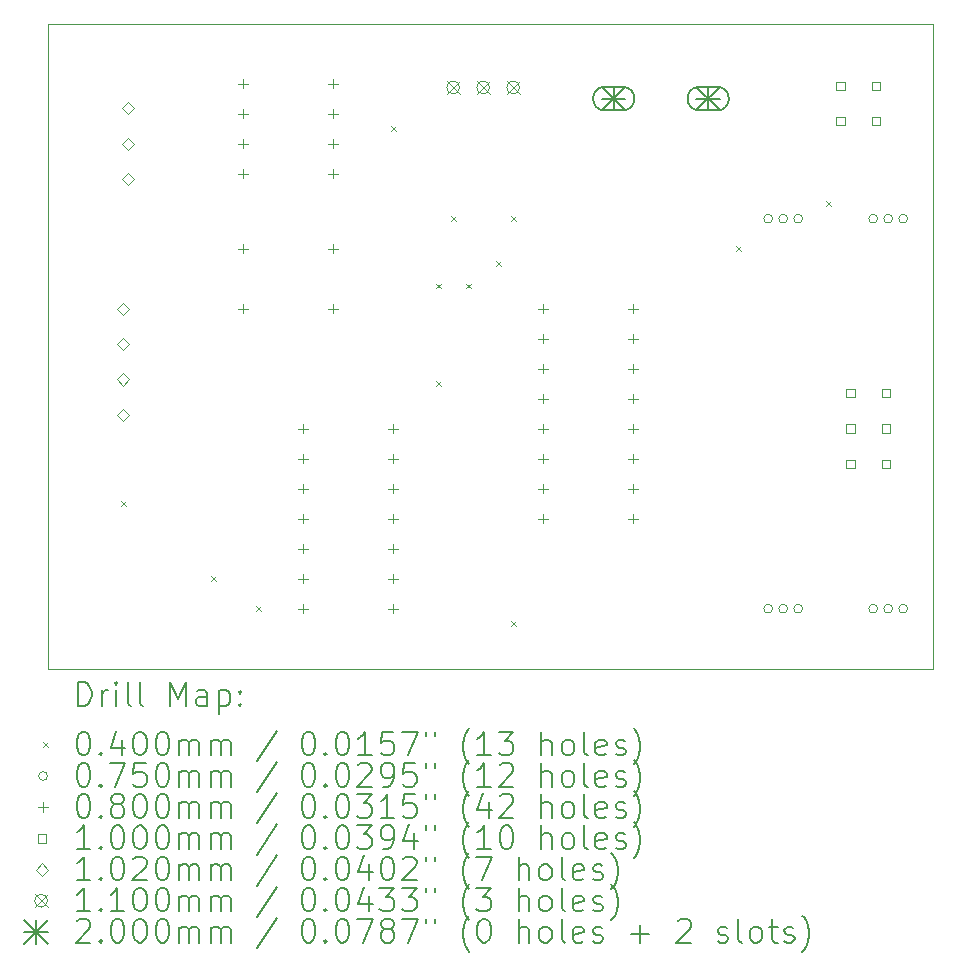
<source format=gbr>
%TF.GenerationSoftware,KiCad,Pcbnew,(6.0.7)*%
%TF.CreationDate,2022-09-17T11:26:50-05:00*%
%TF.ProjectId,BrushlessController,42727573-686c-4657-9373-436f6e74726f,-*%
%TF.SameCoordinates,Original*%
%TF.FileFunction,Drillmap*%
%TF.FilePolarity,Positive*%
%FSLAX45Y45*%
G04 Gerber Fmt 4.5, Leading zero omitted, Abs format (unit mm)*
G04 Created by KiCad (PCBNEW (6.0.7)) date 2022-09-17 11:26:50*
%MOMM*%
%LPD*%
G01*
G04 APERTURE LIST*
%ADD10C,0.100000*%
%ADD11C,0.200000*%
%ADD12C,0.040000*%
%ADD13C,0.075000*%
%ADD14C,0.080000*%
%ADD15C,0.102000*%
%ADD16C,0.110000*%
G04 APERTURE END LIST*
D10*
X11938000Y-6096000D02*
X4445000Y-6096000D01*
X4445000Y-6096000D02*
X4445000Y-11557000D01*
X4445000Y-11557000D02*
X11938000Y-11557000D01*
X11938000Y-11557000D02*
X11938000Y-6096000D01*
D11*
D12*
X5060000Y-10140000D02*
X5100000Y-10180000D01*
X5100000Y-10140000D02*
X5060000Y-10180000D01*
X5822000Y-10775000D02*
X5862000Y-10815000D01*
X5862000Y-10775000D02*
X5822000Y-10815000D01*
X6203000Y-11029000D02*
X6243000Y-11069000D01*
X6243000Y-11029000D02*
X6203000Y-11069000D01*
X7346000Y-6965000D02*
X7386000Y-7005000D01*
X7386000Y-6965000D02*
X7346000Y-7005000D01*
X7727000Y-8298500D02*
X7767000Y-8338500D01*
X7767000Y-8298500D02*
X7727000Y-8338500D01*
X7727000Y-9124000D02*
X7767000Y-9164000D01*
X7767000Y-9124000D02*
X7727000Y-9164000D01*
X7854000Y-7727000D02*
X7894000Y-7767000D01*
X7894000Y-7727000D02*
X7854000Y-7767000D01*
X7981000Y-8298500D02*
X8021000Y-8338500D01*
X8021000Y-8298500D02*
X7981000Y-8338500D01*
X8235000Y-8108000D02*
X8275000Y-8148000D01*
X8275000Y-8108000D02*
X8235000Y-8148000D01*
X8362000Y-7727000D02*
X8402000Y-7767000D01*
X8402000Y-7727000D02*
X8362000Y-7767000D01*
X8362000Y-11156000D02*
X8402000Y-11196000D01*
X8402000Y-11156000D02*
X8362000Y-11196000D01*
X10267000Y-7981000D02*
X10307000Y-8021000D01*
X10307000Y-7981000D02*
X10267000Y-8021000D01*
X11029000Y-7600000D02*
X11069000Y-7640000D01*
X11069000Y-7600000D02*
X11029000Y-7640000D01*
D13*
X10578500Y-7747000D02*
G75*
G03*
X10578500Y-7747000I-37500J0D01*
G01*
X10578500Y-11049000D02*
G75*
G03*
X10578500Y-11049000I-37500J0D01*
G01*
X10705500Y-7747000D02*
G75*
G03*
X10705500Y-7747000I-37500J0D01*
G01*
X10705500Y-11049000D02*
G75*
G03*
X10705500Y-11049000I-37500J0D01*
G01*
X10832500Y-7747000D02*
G75*
G03*
X10832500Y-7747000I-37500J0D01*
G01*
X10832500Y-11049000D02*
G75*
G03*
X10832500Y-11049000I-37500J0D01*
G01*
X11467500Y-7747000D02*
G75*
G03*
X11467500Y-7747000I-37500J0D01*
G01*
X11467500Y-11049000D02*
G75*
G03*
X11467500Y-11049000I-37500J0D01*
G01*
X11594500Y-7747000D02*
G75*
G03*
X11594500Y-7747000I-37500J0D01*
G01*
X11594500Y-11049000D02*
G75*
G03*
X11594500Y-11049000I-37500J0D01*
G01*
X11721500Y-7747000D02*
G75*
G03*
X11721500Y-7747000I-37500J0D01*
G01*
X11721500Y-11049000D02*
G75*
G03*
X11721500Y-11049000I-37500J0D01*
G01*
D14*
X6096000Y-6565000D02*
X6096000Y-6645000D01*
X6056000Y-6605000D02*
X6136000Y-6605000D01*
X6096000Y-6819000D02*
X6096000Y-6899000D01*
X6056000Y-6859000D02*
X6136000Y-6859000D01*
X6096000Y-7073000D02*
X6096000Y-7153000D01*
X6056000Y-7113000D02*
X6136000Y-7113000D01*
X6096000Y-7327000D02*
X6096000Y-7407000D01*
X6056000Y-7367000D02*
X6136000Y-7367000D01*
X6096000Y-7961000D02*
X6096000Y-8041000D01*
X6056000Y-8001000D02*
X6136000Y-8001000D01*
X6096000Y-8469000D02*
X6096000Y-8549000D01*
X6056000Y-8509000D02*
X6136000Y-8509000D01*
X6604000Y-9485000D02*
X6604000Y-9565000D01*
X6564000Y-9525000D02*
X6644000Y-9525000D01*
X6604000Y-9739000D02*
X6604000Y-9819000D01*
X6564000Y-9779000D02*
X6644000Y-9779000D01*
X6604000Y-9993000D02*
X6604000Y-10073000D01*
X6564000Y-10033000D02*
X6644000Y-10033000D01*
X6604000Y-10247000D02*
X6604000Y-10327000D01*
X6564000Y-10287000D02*
X6644000Y-10287000D01*
X6604000Y-10501000D02*
X6604000Y-10581000D01*
X6564000Y-10541000D02*
X6644000Y-10541000D01*
X6604000Y-10755000D02*
X6604000Y-10835000D01*
X6564000Y-10795000D02*
X6644000Y-10795000D01*
X6604000Y-11009000D02*
X6604000Y-11089000D01*
X6564000Y-11049000D02*
X6644000Y-11049000D01*
X6858000Y-6565000D02*
X6858000Y-6645000D01*
X6818000Y-6605000D02*
X6898000Y-6605000D01*
X6858000Y-6819000D02*
X6858000Y-6899000D01*
X6818000Y-6859000D02*
X6898000Y-6859000D01*
X6858000Y-7073000D02*
X6858000Y-7153000D01*
X6818000Y-7113000D02*
X6898000Y-7113000D01*
X6858000Y-7327000D02*
X6858000Y-7407000D01*
X6818000Y-7367000D02*
X6898000Y-7367000D01*
X6858000Y-7961000D02*
X6858000Y-8041000D01*
X6818000Y-8001000D02*
X6898000Y-8001000D01*
X6858000Y-8469000D02*
X6858000Y-8549000D01*
X6818000Y-8509000D02*
X6898000Y-8509000D01*
X7366000Y-9485000D02*
X7366000Y-9565000D01*
X7326000Y-9525000D02*
X7406000Y-9525000D01*
X7366000Y-9739000D02*
X7366000Y-9819000D01*
X7326000Y-9779000D02*
X7406000Y-9779000D01*
X7366000Y-9993000D02*
X7366000Y-10073000D01*
X7326000Y-10033000D02*
X7406000Y-10033000D01*
X7366000Y-10247000D02*
X7366000Y-10327000D01*
X7326000Y-10287000D02*
X7406000Y-10287000D01*
X7366000Y-10501000D02*
X7366000Y-10581000D01*
X7326000Y-10541000D02*
X7406000Y-10541000D01*
X7366000Y-10755000D02*
X7366000Y-10835000D01*
X7326000Y-10795000D02*
X7406000Y-10795000D01*
X7366000Y-11009000D02*
X7366000Y-11089000D01*
X7326000Y-11049000D02*
X7406000Y-11049000D01*
X8636000Y-8469000D02*
X8636000Y-8549000D01*
X8596000Y-8509000D02*
X8676000Y-8509000D01*
X8636000Y-8723000D02*
X8636000Y-8803000D01*
X8596000Y-8763000D02*
X8676000Y-8763000D01*
X8636000Y-8977000D02*
X8636000Y-9057000D01*
X8596000Y-9017000D02*
X8676000Y-9017000D01*
X8636000Y-9231000D02*
X8636000Y-9311000D01*
X8596000Y-9271000D02*
X8676000Y-9271000D01*
X8636000Y-9485000D02*
X8636000Y-9565000D01*
X8596000Y-9525000D02*
X8676000Y-9525000D01*
X8636000Y-9739000D02*
X8636000Y-9819000D01*
X8596000Y-9779000D02*
X8676000Y-9779000D01*
X8636000Y-9993000D02*
X8636000Y-10073000D01*
X8596000Y-10033000D02*
X8676000Y-10033000D01*
X8636000Y-10247000D02*
X8636000Y-10327000D01*
X8596000Y-10287000D02*
X8676000Y-10287000D01*
X9398000Y-8469000D02*
X9398000Y-8549000D01*
X9358000Y-8509000D02*
X9438000Y-8509000D01*
X9398000Y-8723000D02*
X9398000Y-8803000D01*
X9358000Y-8763000D02*
X9438000Y-8763000D01*
X9398000Y-8977000D02*
X9398000Y-9057000D01*
X9358000Y-9017000D02*
X9438000Y-9017000D01*
X9398000Y-9231000D02*
X9398000Y-9311000D01*
X9358000Y-9271000D02*
X9438000Y-9271000D01*
X9398000Y-9485000D02*
X9398000Y-9565000D01*
X9358000Y-9525000D02*
X9438000Y-9525000D01*
X9398000Y-9739000D02*
X9398000Y-9819000D01*
X9358000Y-9779000D02*
X9438000Y-9779000D01*
X9398000Y-9993000D02*
X9398000Y-10073000D01*
X9358000Y-10033000D02*
X9438000Y-10033000D01*
X9398000Y-10247000D02*
X9398000Y-10327000D01*
X9358000Y-10287000D02*
X9438000Y-10287000D01*
D10*
X11188356Y-6657856D02*
X11188356Y-6587144D01*
X11117644Y-6587144D01*
X11117644Y-6657856D01*
X11188356Y-6657856D01*
X11188356Y-6957856D02*
X11188356Y-6887144D01*
X11117644Y-6887144D01*
X11117644Y-6957856D01*
X11188356Y-6957856D01*
X11273856Y-9260356D02*
X11273856Y-9189644D01*
X11203144Y-9189644D01*
X11203144Y-9260356D01*
X11273856Y-9260356D01*
X11273856Y-9560356D02*
X11273856Y-9489644D01*
X11203144Y-9489644D01*
X11203144Y-9560356D01*
X11273856Y-9560356D01*
X11273856Y-9860356D02*
X11273856Y-9789644D01*
X11203144Y-9789644D01*
X11203144Y-9860356D01*
X11273856Y-9860356D01*
X11488356Y-6657856D02*
X11488356Y-6587144D01*
X11417644Y-6587144D01*
X11417644Y-6657856D01*
X11488356Y-6657856D01*
X11488356Y-6957856D02*
X11488356Y-6887144D01*
X11417644Y-6887144D01*
X11417644Y-6957856D01*
X11488356Y-6957856D01*
X11573856Y-9260356D02*
X11573856Y-9189644D01*
X11503144Y-9189644D01*
X11503144Y-9260356D01*
X11573856Y-9260356D01*
X11573856Y-9560356D02*
X11573856Y-9489644D01*
X11503144Y-9489644D01*
X11503144Y-9560356D01*
X11573856Y-9560356D01*
X11573856Y-9860356D02*
X11573856Y-9789644D01*
X11503144Y-9789644D01*
X11503144Y-9860356D01*
X11573856Y-9860356D01*
D15*
X5080000Y-8560000D02*
X5131000Y-8509000D01*
X5080000Y-8458000D01*
X5029000Y-8509000D01*
X5080000Y-8560000D01*
X5080000Y-8860000D02*
X5131000Y-8809000D01*
X5080000Y-8758000D01*
X5029000Y-8809000D01*
X5080000Y-8860000D01*
X5080000Y-9160000D02*
X5131000Y-9109000D01*
X5080000Y-9058000D01*
X5029000Y-9109000D01*
X5080000Y-9160000D01*
X5080000Y-9460000D02*
X5131000Y-9409000D01*
X5080000Y-9358000D01*
X5029000Y-9409000D01*
X5080000Y-9460000D01*
X5121500Y-6863000D02*
X5172500Y-6812000D01*
X5121500Y-6761000D01*
X5070500Y-6812000D01*
X5121500Y-6863000D01*
X5121500Y-7163000D02*
X5172500Y-7112000D01*
X5121500Y-7061000D01*
X5070500Y-7112000D01*
X5121500Y-7163000D01*
X5121500Y-7463000D02*
X5172500Y-7412000D01*
X5121500Y-7361000D01*
X5070500Y-7412000D01*
X5121500Y-7463000D01*
D16*
X7819000Y-6581500D02*
X7929000Y-6691500D01*
X7929000Y-6581500D02*
X7819000Y-6691500D01*
X7929000Y-6636500D02*
G75*
G03*
X7929000Y-6636500I-55000J0D01*
G01*
X8073000Y-6581500D02*
X8183000Y-6691500D01*
X8183000Y-6581500D02*
X8073000Y-6691500D01*
X8183000Y-6636500D02*
G75*
G03*
X8183000Y-6636500I-55000J0D01*
G01*
X8327000Y-6581500D02*
X8437000Y-6691500D01*
X8437000Y-6581500D02*
X8327000Y-6691500D01*
X8437000Y-6636500D02*
G75*
G03*
X8437000Y-6636500I-55000J0D01*
G01*
D11*
X9133000Y-6631000D02*
X9333000Y-6831000D01*
X9333000Y-6631000D02*
X9133000Y-6831000D01*
X9233000Y-6631000D02*
X9233000Y-6831000D01*
X9133000Y-6731000D02*
X9333000Y-6731000D01*
X9308000Y-6631000D02*
X9158000Y-6631000D01*
X9308000Y-6831000D02*
X9158000Y-6831000D01*
X9158000Y-6631000D02*
G75*
G03*
X9158000Y-6831000I0J-100000D01*
G01*
X9308000Y-6831000D02*
G75*
G03*
X9308000Y-6631000I0J100000D01*
G01*
X9933000Y-6631000D02*
X10133000Y-6831000D01*
X10133000Y-6631000D02*
X9933000Y-6831000D01*
X10033000Y-6631000D02*
X10033000Y-6831000D01*
X9933000Y-6731000D02*
X10133000Y-6731000D01*
X10108000Y-6631000D02*
X9958000Y-6631000D01*
X10108000Y-6831000D02*
X9958000Y-6831000D01*
X9958000Y-6631000D02*
G75*
G03*
X9958000Y-6831000I0J-100000D01*
G01*
X10108000Y-6831000D02*
G75*
G03*
X10108000Y-6631000I0J100000D01*
G01*
X4697619Y-11872476D02*
X4697619Y-11672476D01*
X4745238Y-11672476D01*
X4773810Y-11682000D01*
X4792857Y-11701048D01*
X4802381Y-11720095D01*
X4811905Y-11758190D01*
X4811905Y-11786762D01*
X4802381Y-11824857D01*
X4792857Y-11843905D01*
X4773810Y-11862952D01*
X4745238Y-11872476D01*
X4697619Y-11872476D01*
X4897619Y-11872476D02*
X4897619Y-11739143D01*
X4897619Y-11777238D02*
X4907143Y-11758190D01*
X4916667Y-11748667D01*
X4935714Y-11739143D01*
X4954762Y-11739143D01*
X5021429Y-11872476D02*
X5021429Y-11739143D01*
X5021429Y-11672476D02*
X5011905Y-11682000D01*
X5021429Y-11691524D01*
X5030952Y-11682000D01*
X5021429Y-11672476D01*
X5021429Y-11691524D01*
X5145238Y-11872476D02*
X5126190Y-11862952D01*
X5116667Y-11843905D01*
X5116667Y-11672476D01*
X5250000Y-11872476D02*
X5230952Y-11862952D01*
X5221429Y-11843905D01*
X5221429Y-11672476D01*
X5478571Y-11872476D02*
X5478571Y-11672476D01*
X5545238Y-11815333D01*
X5611905Y-11672476D01*
X5611905Y-11872476D01*
X5792857Y-11872476D02*
X5792857Y-11767714D01*
X5783333Y-11748667D01*
X5764286Y-11739143D01*
X5726190Y-11739143D01*
X5707143Y-11748667D01*
X5792857Y-11862952D02*
X5773809Y-11872476D01*
X5726190Y-11872476D01*
X5707143Y-11862952D01*
X5697619Y-11843905D01*
X5697619Y-11824857D01*
X5707143Y-11805809D01*
X5726190Y-11796286D01*
X5773809Y-11796286D01*
X5792857Y-11786762D01*
X5888095Y-11739143D02*
X5888095Y-11939143D01*
X5888095Y-11748667D02*
X5907143Y-11739143D01*
X5945238Y-11739143D01*
X5964286Y-11748667D01*
X5973809Y-11758190D01*
X5983333Y-11777238D01*
X5983333Y-11834381D01*
X5973809Y-11853428D01*
X5964286Y-11862952D01*
X5945238Y-11872476D01*
X5907143Y-11872476D01*
X5888095Y-11862952D01*
X6069048Y-11853428D02*
X6078571Y-11862952D01*
X6069048Y-11872476D01*
X6059524Y-11862952D01*
X6069048Y-11853428D01*
X6069048Y-11872476D01*
X6069048Y-11748667D02*
X6078571Y-11758190D01*
X6069048Y-11767714D01*
X6059524Y-11758190D01*
X6069048Y-11748667D01*
X6069048Y-11767714D01*
D12*
X4400000Y-12182000D02*
X4440000Y-12222000D01*
X4440000Y-12182000D02*
X4400000Y-12222000D01*
D11*
X4735714Y-12092476D02*
X4754762Y-12092476D01*
X4773810Y-12102000D01*
X4783333Y-12111524D01*
X4792857Y-12130571D01*
X4802381Y-12168667D01*
X4802381Y-12216286D01*
X4792857Y-12254381D01*
X4783333Y-12273428D01*
X4773810Y-12282952D01*
X4754762Y-12292476D01*
X4735714Y-12292476D01*
X4716667Y-12282952D01*
X4707143Y-12273428D01*
X4697619Y-12254381D01*
X4688095Y-12216286D01*
X4688095Y-12168667D01*
X4697619Y-12130571D01*
X4707143Y-12111524D01*
X4716667Y-12102000D01*
X4735714Y-12092476D01*
X4888095Y-12273428D02*
X4897619Y-12282952D01*
X4888095Y-12292476D01*
X4878571Y-12282952D01*
X4888095Y-12273428D01*
X4888095Y-12292476D01*
X5069048Y-12159143D02*
X5069048Y-12292476D01*
X5021429Y-12082952D02*
X4973810Y-12225809D01*
X5097619Y-12225809D01*
X5211905Y-12092476D02*
X5230952Y-12092476D01*
X5250000Y-12102000D01*
X5259524Y-12111524D01*
X5269048Y-12130571D01*
X5278571Y-12168667D01*
X5278571Y-12216286D01*
X5269048Y-12254381D01*
X5259524Y-12273428D01*
X5250000Y-12282952D01*
X5230952Y-12292476D01*
X5211905Y-12292476D01*
X5192857Y-12282952D01*
X5183333Y-12273428D01*
X5173810Y-12254381D01*
X5164286Y-12216286D01*
X5164286Y-12168667D01*
X5173810Y-12130571D01*
X5183333Y-12111524D01*
X5192857Y-12102000D01*
X5211905Y-12092476D01*
X5402381Y-12092476D02*
X5421429Y-12092476D01*
X5440476Y-12102000D01*
X5450000Y-12111524D01*
X5459524Y-12130571D01*
X5469048Y-12168667D01*
X5469048Y-12216286D01*
X5459524Y-12254381D01*
X5450000Y-12273428D01*
X5440476Y-12282952D01*
X5421429Y-12292476D01*
X5402381Y-12292476D01*
X5383333Y-12282952D01*
X5373810Y-12273428D01*
X5364286Y-12254381D01*
X5354762Y-12216286D01*
X5354762Y-12168667D01*
X5364286Y-12130571D01*
X5373810Y-12111524D01*
X5383333Y-12102000D01*
X5402381Y-12092476D01*
X5554762Y-12292476D02*
X5554762Y-12159143D01*
X5554762Y-12178190D02*
X5564286Y-12168667D01*
X5583333Y-12159143D01*
X5611905Y-12159143D01*
X5630952Y-12168667D01*
X5640476Y-12187714D01*
X5640476Y-12292476D01*
X5640476Y-12187714D02*
X5650000Y-12168667D01*
X5669048Y-12159143D01*
X5697619Y-12159143D01*
X5716667Y-12168667D01*
X5726190Y-12187714D01*
X5726190Y-12292476D01*
X5821428Y-12292476D02*
X5821428Y-12159143D01*
X5821428Y-12178190D02*
X5830952Y-12168667D01*
X5850000Y-12159143D01*
X5878571Y-12159143D01*
X5897619Y-12168667D01*
X5907143Y-12187714D01*
X5907143Y-12292476D01*
X5907143Y-12187714D02*
X5916667Y-12168667D01*
X5935714Y-12159143D01*
X5964286Y-12159143D01*
X5983333Y-12168667D01*
X5992857Y-12187714D01*
X5992857Y-12292476D01*
X6383333Y-12082952D02*
X6211905Y-12340095D01*
X6640476Y-12092476D02*
X6659524Y-12092476D01*
X6678571Y-12102000D01*
X6688095Y-12111524D01*
X6697619Y-12130571D01*
X6707143Y-12168667D01*
X6707143Y-12216286D01*
X6697619Y-12254381D01*
X6688095Y-12273428D01*
X6678571Y-12282952D01*
X6659524Y-12292476D01*
X6640476Y-12292476D01*
X6621428Y-12282952D01*
X6611905Y-12273428D01*
X6602381Y-12254381D01*
X6592857Y-12216286D01*
X6592857Y-12168667D01*
X6602381Y-12130571D01*
X6611905Y-12111524D01*
X6621428Y-12102000D01*
X6640476Y-12092476D01*
X6792857Y-12273428D02*
X6802381Y-12282952D01*
X6792857Y-12292476D01*
X6783333Y-12282952D01*
X6792857Y-12273428D01*
X6792857Y-12292476D01*
X6926190Y-12092476D02*
X6945238Y-12092476D01*
X6964286Y-12102000D01*
X6973809Y-12111524D01*
X6983333Y-12130571D01*
X6992857Y-12168667D01*
X6992857Y-12216286D01*
X6983333Y-12254381D01*
X6973809Y-12273428D01*
X6964286Y-12282952D01*
X6945238Y-12292476D01*
X6926190Y-12292476D01*
X6907143Y-12282952D01*
X6897619Y-12273428D01*
X6888095Y-12254381D01*
X6878571Y-12216286D01*
X6878571Y-12168667D01*
X6888095Y-12130571D01*
X6897619Y-12111524D01*
X6907143Y-12102000D01*
X6926190Y-12092476D01*
X7183333Y-12292476D02*
X7069048Y-12292476D01*
X7126190Y-12292476D02*
X7126190Y-12092476D01*
X7107143Y-12121048D01*
X7088095Y-12140095D01*
X7069048Y-12149619D01*
X7364286Y-12092476D02*
X7269048Y-12092476D01*
X7259524Y-12187714D01*
X7269048Y-12178190D01*
X7288095Y-12168667D01*
X7335714Y-12168667D01*
X7354762Y-12178190D01*
X7364286Y-12187714D01*
X7373809Y-12206762D01*
X7373809Y-12254381D01*
X7364286Y-12273428D01*
X7354762Y-12282952D01*
X7335714Y-12292476D01*
X7288095Y-12292476D01*
X7269048Y-12282952D01*
X7259524Y-12273428D01*
X7440476Y-12092476D02*
X7573809Y-12092476D01*
X7488095Y-12292476D01*
X7640476Y-12092476D02*
X7640476Y-12130571D01*
X7716667Y-12092476D02*
X7716667Y-12130571D01*
X8011905Y-12368667D02*
X8002381Y-12359143D01*
X7983333Y-12330571D01*
X7973809Y-12311524D01*
X7964286Y-12282952D01*
X7954762Y-12235333D01*
X7954762Y-12197238D01*
X7964286Y-12149619D01*
X7973809Y-12121048D01*
X7983333Y-12102000D01*
X8002381Y-12073428D01*
X8011905Y-12063905D01*
X8192857Y-12292476D02*
X8078571Y-12292476D01*
X8135714Y-12292476D02*
X8135714Y-12092476D01*
X8116667Y-12121048D01*
X8097619Y-12140095D01*
X8078571Y-12149619D01*
X8259524Y-12092476D02*
X8383333Y-12092476D01*
X8316667Y-12168667D01*
X8345238Y-12168667D01*
X8364286Y-12178190D01*
X8373809Y-12187714D01*
X8383333Y-12206762D01*
X8383333Y-12254381D01*
X8373809Y-12273428D01*
X8364286Y-12282952D01*
X8345238Y-12292476D01*
X8288095Y-12292476D01*
X8269048Y-12282952D01*
X8259524Y-12273428D01*
X8621429Y-12292476D02*
X8621429Y-12092476D01*
X8707143Y-12292476D02*
X8707143Y-12187714D01*
X8697619Y-12168667D01*
X8678571Y-12159143D01*
X8650000Y-12159143D01*
X8630952Y-12168667D01*
X8621429Y-12178190D01*
X8830952Y-12292476D02*
X8811905Y-12282952D01*
X8802381Y-12273428D01*
X8792857Y-12254381D01*
X8792857Y-12197238D01*
X8802381Y-12178190D01*
X8811905Y-12168667D01*
X8830952Y-12159143D01*
X8859524Y-12159143D01*
X8878571Y-12168667D01*
X8888095Y-12178190D01*
X8897619Y-12197238D01*
X8897619Y-12254381D01*
X8888095Y-12273428D01*
X8878571Y-12282952D01*
X8859524Y-12292476D01*
X8830952Y-12292476D01*
X9011905Y-12292476D02*
X8992857Y-12282952D01*
X8983333Y-12263905D01*
X8983333Y-12092476D01*
X9164286Y-12282952D02*
X9145238Y-12292476D01*
X9107143Y-12292476D01*
X9088095Y-12282952D01*
X9078571Y-12263905D01*
X9078571Y-12187714D01*
X9088095Y-12168667D01*
X9107143Y-12159143D01*
X9145238Y-12159143D01*
X9164286Y-12168667D01*
X9173810Y-12187714D01*
X9173810Y-12206762D01*
X9078571Y-12225809D01*
X9250000Y-12282952D02*
X9269048Y-12292476D01*
X9307143Y-12292476D01*
X9326190Y-12282952D01*
X9335714Y-12263905D01*
X9335714Y-12254381D01*
X9326190Y-12235333D01*
X9307143Y-12225809D01*
X9278571Y-12225809D01*
X9259524Y-12216286D01*
X9250000Y-12197238D01*
X9250000Y-12187714D01*
X9259524Y-12168667D01*
X9278571Y-12159143D01*
X9307143Y-12159143D01*
X9326190Y-12168667D01*
X9402381Y-12368667D02*
X9411905Y-12359143D01*
X9430952Y-12330571D01*
X9440476Y-12311524D01*
X9450000Y-12282952D01*
X9459524Y-12235333D01*
X9459524Y-12197238D01*
X9450000Y-12149619D01*
X9440476Y-12121048D01*
X9430952Y-12102000D01*
X9411905Y-12073428D01*
X9402381Y-12063905D01*
D13*
X4440000Y-12466000D02*
G75*
G03*
X4440000Y-12466000I-37500J0D01*
G01*
D11*
X4735714Y-12356476D02*
X4754762Y-12356476D01*
X4773810Y-12366000D01*
X4783333Y-12375524D01*
X4792857Y-12394571D01*
X4802381Y-12432667D01*
X4802381Y-12480286D01*
X4792857Y-12518381D01*
X4783333Y-12537428D01*
X4773810Y-12546952D01*
X4754762Y-12556476D01*
X4735714Y-12556476D01*
X4716667Y-12546952D01*
X4707143Y-12537428D01*
X4697619Y-12518381D01*
X4688095Y-12480286D01*
X4688095Y-12432667D01*
X4697619Y-12394571D01*
X4707143Y-12375524D01*
X4716667Y-12366000D01*
X4735714Y-12356476D01*
X4888095Y-12537428D02*
X4897619Y-12546952D01*
X4888095Y-12556476D01*
X4878571Y-12546952D01*
X4888095Y-12537428D01*
X4888095Y-12556476D01*
X4964286Y-12356476D02*
X5097619Y-12356476D01*
X5011905Y-12556476D01*
X5269048Y-12356476D02*
X5173810Y-12356476D01*
X5164286Y-12451714D01*
X5173810Y-12442190D01*
X5192857Y-12432667D01*
X5240476Y-12432667D01*
X5259524Y-12442190D01*
X5269048Y-12451714D01*
X5278571Y-12470762D01*
X5278571Y-12518381D01*
X5269048Y-12537428D01*
X5259524Y-12546952D01*
X5240476Y-12556476D01*
X5192857Y-12556476D01*
X5173810Y-12546952D01*
X5164286Y-12537428D01*
X5402381Y-12356476D02*
X5421429Y-12356476D01*
X5440476Y-12366000D01*
X5450000Y-12375524D01*
X5459524Y-12394571D01*
X5469048Y-12432667D01*
X5469048Y-12480286D01*
X5459524Y-12518381D01*
X5450000Y-12537428D01*
X5440476Y-12546952D01*
X5421429Y-12556476D01*
X5402381Y-12556476D01*
X5383333Y-12546952D01*
X5373810Y-12537428D01*
X5364286Y-12518381D01*
X5354762Y-12480286D01*
X5354762Y-12432667D01*
X5364286Y-12394571D01*
X5373810Y-12375524D01*
X5383333Y-12366000D01*
X5402381Y-12356476D01*
X5554762Y-12556476D02*
X5554762Y-12423143D01*
X5554762Y-12442190D02*
X5564286Y-12432667D01*
X5583333Y-12423143D01*
X5611905Y-12423143D01*
X5630952Y-12432667D01*
X5640476Y-12451714D01*
X5640476Y-12556476D01*
X5640476Y-12451714D02*
X5650000Y-12432667D01*
X5669048Y-12423143D01*
X5697619Y-12423143D01*
X5716667Y-12432667D01*
X5726190Y-12451714D01*
X5726190Y-12556476D01*
X5821428Y-12556476D02*
X5821428Y-12423143D01*
X5821428Y-12442190D02*
X5830952Y-12432667D01*
X5850000Y-12423143D01*
X5878571Y-12423143D01*
X5897619Y-12432667D01*
X5907143Y-12451714D01*
X5907143Y-12556476D01*
X5907143Y-12451714D02*
X5916667Y-12432667D01*
X5935714Y-12423143D01*
X5964286Y-12423143D01*
X5983333Y-12432667D01*
X5992857Y-12451714D01*
X5992857Y-12556476D01*
X6383333Y-12346952D02*
X6211905Y-12604095D01*
X6640476Y-12356476D02*
X6659524Y-12356476D01*
X6678571Y-12366000D01*
X6688095Y-12375524D01*
X6697619Y-12394571D01*
X6707143Y-12432667D01*
X6707143Y-12480286D01*
X6697619Y-12518381D01*
X6688095Y-12537428D01*
X6678571Y-12546952D01*
X6659524Y-12556476D01*
X6640476Y-12556476D01*
X6621428Y-12546952D01*
X6611905Y-12537428D01*
X6602381Y-12518381D01*
X6592857Y-12480286D01*
X6592857Y-12432667D01*
X6602381Y-12394571D01*
X6611905Y-12375524D01*
X6621428Y-12366000D01*
X6640476Y-12356476D01*
X6792857Y-12537428D02*
X6802381Y-12546952D01*
X6792857Y-12556476D01*
X6783333Y-12546952D01*
X6792857Y-12537428D01*
X6792857Y-12556476D01*
X6926190Y-12356476D02*
X6945238Y-12356476D01*
X6964286Y-12366000D01*
X6973809Y-12375524D01*
X6983333Y-12394571D01*
X6992857Y-12432667D01*
X6992857Y-12480286D01*
X6983333Y-12518381D01*
X6973809Y-12537428D01*
X6964286Y-12546952D01*
X6945238Y-12556476D01*
X6926190Y-12556476D01*
X6907143Y-12546952D01*
X6897619Y-12537428D01*
X6888095Y-12518381D01*
X6878571Y-12480286D01*
X6878571Y-12432667D01*
X6888095Y-12394571D01*
X6897619Y-12375524D01*
X6907143Y-12366000D01*
X6926190Y-12356476D01*
X7069048Y-12375524D02*
X7078571Y-12366000D01*
X7097619Y-12356476D01*
X7145238Y-12356476D01*
X7164286Y-12366000D01*
X7173809Y-12375524D01*
X7183333Y-12394571D01*
X7183333Y-12413619D01*
X7173809Y-12442190D01*
X7059524Y-12556476D01*
X7183333Y-12556476D01*
X7278571Y-12556476D02*
X7316667Y-12556476D01*
X7335714Y-12546952D01*
X7345238Y-12537428D01*
X7364286Y-12508857D01*
X7373809Y-12470762D01*
X7373809Y-12394571D01*
X7364286Y-12375524D01*
X7354762Y-12366000D01*
X7335714Y-12356476D01*
X7297619Y-12356476D01*
X7278571Y-12366000D01*
X7269048Y-12375524D01*
X7259524Y-12394571D01*
X7259524Y-12442190D01*
X7269048Y-12461238D01*
X7278571Y-12470762D01*
X7297619Y-12480286D01*
X7335714Y-12480286D01*
X7354762Y-12470762D01*
X7364286Y-12461238D01*
X7373809Y-12442190D01*
X7554762Y-12356476D02*
X7459524Y-12356476D01*
X7450000Y-12451714D01*
X7459524Y-12442190D01*
X7478571Y-12432667D01*
X7526190Y-12432667D01*
X7545238Y-12442190D01*
X7554762Y-12451714D01*
X7564286Y-12470762D01*
X7564286Y-12518381D01*
X7554762Y-12537428D01*
X7545238Y-12546952D01*
X7526190Y-12556476D01*
X7478571Y-12556476D01*
X7459524Y-12546952D01*
X7450000Y-12537428D01*
X7640476Y-12356476D02*
X7640476Y-12394571D01*
X7716667Y-12356476D02*
X7716667Y-12394571D01*
X8011905Y-12632667D02*
X8002381Y-12623143D01*
X7983333Y-12594571D01*
X7973809Y-12575524D01*
X7964286Y-12546952D01*
X7954762Y-12499333D01*
X7954762Y-12461238D01*
X7964286Y-12413619D01*
X7973809Y-12385048D01*
X7983333Y-12366000D01*
X8002381Y-12337428D01*
X8011905Y-12327905D01*
X8192857Y-12556476D02*
X8078571Y-12556476D01*
X8135714Y-12556476D02*
X8135714Y-12356476D01*
X8116667Y-12385048D01*
X8097619Y-12404095D01*
X8078571Y-12413619D01*
X8269048Y-12375524D02*
X8278571Y-12366000D01*
X8297619Y-12356476D01*
X8345238Y-12356476D01*
X8364286Y-12366000D01*
X8373809Y-12375524D01*
X8383333Y-12394571D01*
X8383333Y-12413619D01*
X8373809Y-12442190D01*
X8259524Y-12556476D01*
X8383333Y-12556476D01*
X8621429Y-12556476D02*
X8621429Y-12356476D01*
X8707143Y-12556476D02*
X8707143Y-12451714D01*
X8697619Y-12432667D01*
X8678571Y-12423143D01*
X8650000Y-12423143D01*
X8630952Y-12432667D01*
X8621429Y-12442190D01*
X8830952Y-12556476D02*
X8811905Y-12546952D01*
X8802381Y-12537428D01*
X8792857Y-12518381D01*
X8792857Y-12461238D01*
X8802381Y-12442190D01*
X8811905Y-12432667D01*
X8830952Y-12423143D01*
X8859524Y-12423143D01*
X8878571Y-12432667D01*
X8888095Y-12442190D01*
X8897619Y-12461238D01*
X8897619Y-12518381D01*
X8888095Y-12537428D01*
X8878571Y-12546952D01*
X8859524Y-12556476D01*
X8830952Y-12556476D01*
X9011905Y-12556476D02*
X8992857Y-12546952D01*
X8983333Y-12527905D01*
X8983333Y-12356476D01*
X9164286Y-12546952D02*
X9145238Y-12556476D01*
X9107143Y-12556476D01*
X9088095Y-12546952D01*
X9078571Y-12527905D01*
X9078571Y-12451714D01*
X9088095Y-12432667D01*
X9107143Y-12423143D01*
X9145238Y-12423143D01*
X9164286Y-12432667D01*
X9173810Y-12451714D01*
X9173810Y-12470762D01*
X9078571Y-12489809D01*
X9250000Y-12546952D02*
X9269048Y-12556476D01*
X9307143Y-12556476D01*
X9326190Y-12546952D01*
X9335714Y-12527905D01*
X9335714Y-12518381D01*
X9326190Y-12499333D01*
X9307143Y-12489809D01*
X9278571Y-12489809D01*
X9259524Y-12480286D01*
X9250000Y-12461238D01*
X9250000Y-12451714D01*
X9259524Y-12432667D01*
X9278571Y-12423143D01*
X9307143Y-12423143D01*
X9326190Y-12432667D01*
X9402381Y-12632667D02*
X9411905Y-12623143D01*
X9430952Y-12594571D01*
X9440476Y-12575524D01*
X9450000Y-12546952D01*
X9459524Y-12499333D01*
X9459524Y-12461238D01*
X9450000Y-12413619D01*
X9440476Y-12385048D01*
X9430952Y-12366000D01*
X9411905Y-12337428D01*
X9402381Y-12327905D01*
D14*
X4400000Y-12690000D02*
X4400000Y-12770000D01*
X4360000Y-12730000D02*
X4440000Y-12730000D01*
D11*
X4735714Y-12620476D02*
X4754762Y-12620476D01*
X4773810Y-12630000D01*
X4783333Y-12639524D01*
X4792857Y-12658571D01*
X4802381Y-12696667D01*
X4802381Y-12744286D01*
X4792857Y-12782381D01*
X4783333Y-12801428D01*
X4773810Y-12810952D01*
X4754762Y-12820476D01*
X4735714Y-12820476D01*
X4716667Y-12810952D01*
X4707143Y-12801428D01*
X4697619Y-12782381D01*
X4688095Y-12744286D01*
X4688095Y-12696667D01*
X4697619Y-12658571D01*
X4707143Y-12639524D01*
X4716667Y-12630000D01*
X4735714Y-12620476D01*
X4888095Y-12801428D02*
X4897619Y-12810952D01*
X4888095Y-12820476D01*
X4878571Y-12810952D01*
X4888095Y-12801428D01*
X4888095Y-12820476D01*
X5011905Y-12706190D02*
X4992857Y-12696667D01*
X4983333Y-12687143D01*
X4973810Y-12668095D01*
X4973810Y-12658571D01*
X4983333Y-12639524D01*
X4992857Y-12630000D01*
X5011905Y-12620476D01*
X5050000Y-12620476D01*
X5069048Y-12630000D01*
X5078571Y-12639524D01*
X5088095Y-12658571D01*
X5088095Y-12668095D01*
X5078571Y-12687143D01*
X5069048Y-12696667D01*
X5050000Y-12706190D01*
X5011905Y-12706190D01*
X4992857Y-12715714D01*
X4983333Y-12725238D01*
X4973810Y-12744286D01*
X4973810Y-12782381D01*
X4983333Y-12801428D01*
X4992857Y-12810952D01*
X5011905Y-12820476D01*
X5050000Y-12820476D01*
X5069048Y-12810952D01*
X5078571Y-12801428D01*
X5088095Y-12782381D01*
X5088095Y-12744286D01*
X5078571Y-12725238D01*
X5069048Y-12715714D01*
X5050000Y-12706190D01*
X5211905Y-12620476D02*
X5230952Y-12620476D01*
X5250000Y-12630000D01*
X5259524Y-12639524D01*
X5269048Y-12658571D01*
X5278571Y-12696667D01*
X5278571Y-12744286D01*
X5269048Y-12782381D01*
X5259524Y-12801428D01*
X5250000Y-12810952D01*
X5230952Y-12820476D01*
X5211905Y-12820476D01*
X5192857Y-12810952D01*
X5183333Y-12801428D01*
X5173810Y-12782381D01*
X5164286Y-12744286D01*
X5164286Y-12696667D01*
X5173810Y-12658571D01*
X5183333Y-12639524D01*
X5192857Y-12630000D01*
X5211905Y-12620476D01*
X5402381Y-12620476D02*
X5421429Y-12620476D01*
X5440476Y-12630000D01*
X5450000Y-12639524D01*
X5459524Y-12658571D01*
X5469048Y-12696667D01*
X5469048Y-12744286D01*
X5459524Y-12782381D01*
X5450000Y-12801428D01*
X5440476Y-12810952D01*
X5421429Y-12820476D01*
X5402381Y-12820476D01*
X5383333Y-12810952D01*
X5373810Y-12801428D01*
X5364286Y-12782381D01*
X5354762Y-12744286D01*
X5354762Y-12696667D01*
X5364286Y-12658571D01*
X5373810Y-12639524D01*
X5383333Y-12630000D01*
X5402381Y-12620476D01*
X5554762Y-12820476D02*
X5554762Y-12687143D01*
X5554762Y-12706190D02*
X5564286Y-12696667D01*
X5583333Y-12687143D01*
X5611905Y-12687143D01*
X5630952Y-12696667D01*
X5640476Y-12715714D01*
X5640476Y-12820476D01*
X5640476Y-12715714D02*
X5650000Y-12696667D01*
X5669048Y-12687143D01*
X5697619Y-12687143D01*
X5716667Y-12696667D01*
X5726190Y-12715714D01*
X5726190Y-12820476D01*
X5821428Y-12820476D02*
X5821428Y-12687143D01*
X5821428Y-12706190D02*
X5830952Y-12696667D01*
X5850000Y-12687143D01*
X5878571Y-12687143D01*
X5897619Y-12696667D01*
X5907143Y-12715714D01*
X5907143Y-12820476D01*
X5907143Y-12715714D02*
X5916667Y-12696667D01*
X5935714Y-12687143D01*
X5964286Y-12687143D01*
X5983333Y-12696667D01*
X5992857Y-12715714D01*
X5992857Y-12820476D01*
X6383333Y-12610952D02*
X6211905Y-12868095D01*
X6640476Y-12620476D02*
X6659524Y-12620476D01*
X6678571Y-12630000D01*
X6688095Y-12639524D01*
X6697619Y-12658571D01*
X6707143Y-12696667D01*
X6707143Y-12744286D01*
X6697619Y-12782381D01*
X6688095Y-12801428D01*
X6678571Y-12810952D01*
X6659524Y-12820476D01*
X6640476Y-12820476D01*
X6621428Y-12810952D01*
X6611905Y-12801428D01*
X6602381Y-12782381D01*
X6592857Y-12744286D01*
X6592857Y-12696667D01*
X6602381Y-12658571D01*
X6611905Y-12639524D01*
X6621428Y-12630000D01*
X6640476Y-12620476D01*
X6792857Y-12801428D02*
X6802381Y-12810952D01*
X6792857Y-12820476D01*
X6783333Y-12810952D01*
X6792857Y-12801428D01*
X6792857Y-12820476D01*
X6926190Y-12620476D02*
X6945238Y-12620476D01*
X6964286Y-12630000D01*
X6973809Y-12639524D01*
X6983333Y-12658571D01*
X6992857Y-12696667D01*
X6992857Y-12744286D01*
X6983333Y-12782381D01*
X6973809Y-12801428D01*
X6964286Y-12810952D01*
X6945238Y-12820476D01*
X6926190Y-12820476D01*
X6907143Y-12810952D01*
X6897619Y-12801428D01*
X6888095Y-12782381D01*
X6878571Y-12744286D01*
X6878571Y-12696667D01*
X6888095Y-12658571D01*
X6897619Y-12639524D01*
X6907143Y-12630000D01*
X6926190Y-12620476D01*
X7059524Y-12620476D02*
X7183333Y-12620476D01*
X7116667Y-12696667D01*
X7145238Y-12696667D01*
X7164286Y-12706190D01*
X7173809Y-12715714D01*
X7183333Y-12734762D01*
X7183333Y-12782381D01*
X7173809Y-12801428D01*
X7164286Y-12810952D01*
X7145238Y-12820476D01*
X7088095Y-12820476D01*
X7069048Y-12810952D01*
X7059524Y-12801428D01*
X7373809Y-12820476D02*
X7259524Y-12820476D01*
X7316667Y-12820476D02*
X7316667Y-12620476D01*
X7297619Y-12649048D01*
X7278571Y-12668095D01*
X7259524Y-12677619D01*
X7554762Y-12620476D02*
X7459524Y-12620476D01*
X7450000Y-12715714D01*
X7459524Y-12706190D01*
X7478571Y-12696667D01*
X7526190Y-12696667D01*
X7545238Y-12706190D01*
X7554762Y-12715714D01*
X7564286Y-12734762D01*
X7564286Y-12782381D01*
X7554762Y-12801428D01*
X7545238Y-12810952D01*
X7526190Y-12820476D01*
X7478571Y-12820476D01*
X7459524Y-12810952D01*
X7450000Y-12801428D01*
X7640476Y-12620476D02*
X7640476Y-12658571D01*
X7716667Y-12620476D02*
X7716667Y-12658571D01*
X8011905Y-12896667D02*
X8002381Y-12887143D01*
X7983333Y-12858571D01*
X7973809Y-12839524D01*
X7964286Y-12810952D01*
X7954762Y-12763333D01*
X7954762Y-12725238D01*
X7964286Y-12677619D01*
X7973809Y-12649048D01*
X7983333Y-12630000D01*
X8002381Y-12601428D01*
X8011905Y-12591905D01*
X8173809Y-12687143D02*
X8173809Y-12820476D01*
X8126190Y-12610952D02*
X8078571Y-12753809D01*
X8202381Y-12753809D01*
X8269048Y-12639524D02*
X8278571Y-12630000D01*
X8297619Y-12620476D01*
X8345238Y-12620476D01*
X8364286Y-12630000D01*
X8373809Y-12639524D01*
X8383333Y-12658571D01*
X8383333Y-12677619D01*
X8373809Y-12706190D01*
X8259524Y-12820476D01*
X8383333Y-12820476D01*
X8621429Y-12820476D02*
X8621429Y-12620476D01*
X8707143Y-12820476D02*
X8707143Y-12715714D01*
X8697619Y-12696667D01*
X8678571Y-12687143D01*
X8650000Y-12687143D01*
X8630952Y-12696667D01*
X8621429Y-12706190D01*
X8830952Y-12820476D02*
X8811905Y-12810952D01*
X8802381Y-12801428D01*
X8792857Y-12782381D01*
X8792857Y-12725238D01*
X8802381Y-12706190D01*
X8811905Y-12696667D01*
X8830952Y-12687143D01*
X8859524Y-12687143D01*
X8878571Y-12696667D01*
X8888095Y-12706190D01*
X8897619Y-12725238D01*
X8897619Y-12782381D01*
X8888095Y-12801428D01*
X8878571Y-12810952D01*
X8859524Y-12820476D01*
X8830952Y-12820476D01*
X9011905Y-12820476D02*
X8992857Y-12810952D01*
X8983333Y-12791905D01*
X8983333Y-12620476D01*
X9164286Y-12810952D02*
X9145238Y-12820476D01*
X9107143Y-12820476D01*
X9088095Y-12810952D01*
X9078571Y-12791905D01*
X9078571Y-12715714D01*
X9088095Y-12696667D01*
X9107143Y-12687143D01*
X9145238Y-12687143D01*
X9164286Y-12696667D01*
X9173810Y-12715714D01*
X9173810Y-12734762D01*
X9078571Y-12753809D01*
X9250000Y-12810952D02*
X9269048Y-12820476D01*
X9307143Y-12820476D01*
X9326190Y-12810952D01*
X9335714Y-12791905D01*
X9335714Y-12782381D01*
X9326190Y-12763333D01*
X9307143Y-12753809D01*
X9278571Y-12753809D01*
X9259524Y-12744286D01*
X9250000Y-12725238D01*
X9250000Y-12715714D01*
X9259524Y-12696667D01*
X9278571Y-12687143D01*
X9307143Y-12687143D01*
X9326190Y-12696667D01*
X9402381Y-12896667D02*
X9411905Y-12887143D01*
X9430952Y-12858571D01*
X9440476Y-12839524D01*
X9450000Y-12810952D01*
X9459524Y-12763333D01*
X9459524Y-12725238D01*
X9450000Y-12677619D01*
X9440476Y-12649048D01*
X9430952Y-12630000D01*
X9411905Y-12601428D01*
X9402381Y-12591905D01*
D10*
X4425356Y-13029356D02*
X4425356Y-12958644D01*
X4354644Y-12958644D01*
X4354644Y-13029356D01*
X4425356Y-13029356D01*
D11*
X4802381Y-13084476D02*
X4688095Y-13084476D01*
X4745238Y-13084476D02*
X4745238Y-12884476D01*
X4726190Y-12913048D01*
X4707143Y-12932095D01*
X4688095Y-12941619D01*
X4888095Y-13065428D02*
X4897619Y-13074952D01*
X4888095Y-13084476D01*
X4878571Y-13074952D01*
X4888095Y-13065428D01*
X4888095Y-13084476D01*
X5021429Y-12884476D02*
X5040476Y-12884476D01*
X5059524Y-12894000D01*
X5069048Y-12903524D01*
X5078571Y-12922571D01*
X5088095Y-12960667D01*
X5088095Y-13008286D01*
X5078571Y-13046381D01*
X5069048Y-13065428D01*
X5059524Y-13074952D01*
X5040476Y-13084476D01*
X5021429Y-13084476D01*
X5002381Y-13074952D01*
X4992857Y-13065428D01*
X4983333Y-13046381D01*
X4973810Y-13008286D01*
X4973810Y-12960667D01*
X4983333Y-12922571D01*
X4992857Y-12903524D01*
X5002381Y-12894000D01*
X5021429Y-12884476D01*
X5211905Y-12884476D02*
X5230952Y-12884476D01*
X5250000Y-12894000D01*
X5259524Y-12903524D01*
X5269048Y-12922571D01*
X5278571Y-12960667D01*
X5278571Y-13008286D01*
X5269048Y-13046381D01*
X5259524Y-13065428D01*
X5250000Y-13074952D01*
X5230952Y-13084476D01*
X5211905Y-13084476D01*
X5192857Y-13074952D01*
X5183333Y-13065428D01*
X5173810Y-13046381D01*
X5164286Y-13008286D01*
X5164286Y-12960667D01*
X5173810Y-12922571D01*
X5183333Y-12903524D01*
X5192857Y-12894000D01*
X5211905Y-12884476D01*
X5402381Y-12884476D02*
X5421429Y-12884476D01*
X5440476Y-12894000D01*
X5450000Y-12903524D01*
X5459524Y-12922571D01*
X5469048Y-12960667D01*
X5469048Y-13008286D01*
X5459524Y-13046381D01*
X5450000Y-13065428D01*
X5440476Y-13074952D01*
X5421429Y-13084476D01*
X5402381Y-13084476D01*
X5383333Y-13074952D01*
X5373810Y-13065428D01*
X5364286Y-13046381D01*
X5354762Y-13008286D01*
X5354762Y-12960667D01*
X5364286Y-12922571D01*
X5373810Y-12903524D01*
X5383333Y-12894000D01*
X5402381Y-12884476D01*
X5554762Y-13084476D02*
X5554762Y-12951143D01*
X5554762Y-12970190D02*
X5564286Y-12960667D01*
X5583333Y-12951143D01*
X5611905Y-12951143D01*
X5630952Y-12960667D01*
X5640476Y-12979714D01*
X5640476Y-13084476D01*
X5640476Y-12979714D02*
X5650000Y-12960667D01*
X5669048Y-12951143D01*
X5697619Y-12951143D01*
X5716667Y-12960667D01*
X5726190Y-12979714D01*
X5726190Y-13084476D01*
X5821428Y-13084476D02*
X5821428Y-12951143D01*
X5821428Y-12970190D02*
X5830952Y-12960667D01*
X5850000Y-12951143D01*
X5878571Y-12951143D01*
X5897619Y-12960667D01*
X5907143Y-12979714D01*
X5907143Y-13084476D01*
X5907143Y-12979714D02*
X5916667Y-12960667D01*
X5935714Y-12951143D01*
X5964286Y-12951143D01*
X5983333Y-12960667D01*
X5992857Y-12979714D01*
X5992857Y-13084476D01*
X6383333Y-12874952D02*
X6211905Y-13132095D01*
X6640476Y-12884476D02*
X6659524Y-12884476D01*
X6678571Y-12894000D01*
X6688095Y-12903524D01*
X6697619Y-12922571D01*
X6707143Y-12960667D01*
X6707143Y-13008286D01*
X6697619Y-13046381D01*
X6688095Y-13065428D01*
X6678571Y-13074952D01*
X6659524Y-13084476D01*
X6640476Y-13084476D01*
X6621428Y-13074952D01*
X6611905Y-13065428D01*
X6602381Y-13046381D01*
X6592857Y-13008286D01*
X6592857Y-12960667D01*
X6602381Y-12922571D01*
X6611905Y-12903524D01*
X6621428Y-12894000D01*
X6640476Y-12884476D01*
X6792857Y-13065428D02*
X6802381Y-13074952D01*
X6792857Y-13084476D01*
X6783333Y-13074952D01*
X6792857Y-13065428D01*
X6792857Y-13084476D01*
X6926190Y-12884476D02*
X6945238Y-12884476D01*
X6964286Y-12894000D01*
X6973809Y-12903524D01*
X6983333Y-12922571D01*
X6992857Y-12960667D01*
X6992857Y-13008286D01*
X6983333Y-13046381D01*
X6973809Y-13065428D01*
X6964286Y-13074952D01*
X6945238Y-13084476D01*
X6926190Y-13084476D01*
X6907143Y-13074952D01*
X6897619Y-13065428D01*
X6888095Y-13046381D01*
X6878571Y-13008286D01*
X6878571Y-12960667D01*
X6888095Y-12922571D01*
X6897619Y-12903524D01*
X6907143Y-12894000D01*
X6926190Y-12884476D01*
X7059524Y-12884476D02*
X7183333Y-12884476D01*
X7116667Y-12960667D01*
X7145238Y-12960667D01*
X7164286Y-12970190D01*
X7173809Y-12979714D01*
X7183333Y-12998762D01*
X7183333Y-13046381D01*
X7173809Y-13065428D01*
X7164286Y-13074952D01*
X7145238Y-13084476D01*
X7088095Y-13084476D01*
X7069048Y-13074952D01*
X7059524Y-13065428D01*
X7278571Y-13084476D02*
X7316667Y-13084476D01*
X7335714Y-13074952D01*
X7345238Y-13065428D01*
X7364286Y-13036857D01*
X7373809Y-12998762D01*
X7373809Y-12922571D01*
X7364286Y-12903524D01*
X7354762Y-12894000D01*
X7335714Y-12884476D01*
X7297619Y-12884476D01*
X7278571Y-12894000D01*
X7269048Y-12903524D01*
X7259524Y-12922571D01*
X7259524Y-12970190D01*
X7269048Y-12989238D01*
X7278571Y-12998762D01*
X7297619Y-13008286D01*
X7335714Y-13008286D01*
X7354762Y-12998762D01*
X7364286Y-12989238D01*
X7373809Y-12970190D01*
X7545238Y-12951143D02*
X7545238Y-13084476D01*
X7497619Y-12874952D02*
X7450000Y-13017809D01*
X7573809Y-13017809D01*
X7640476Y-12884476D02*
X7640476Y-12922571D01*
X7716667Y-12884476D02*
X7716667Y-12922571D01*
X8011905Y-13160667D02*
X8002381Y-13151143D01*
X7983333Y-13122571D01*
X7973809Y-13103524D01*
X7964286Y-13074952D01*
X7954762Y-13027333D01*
X7954762Y-12989238D01*
X7964286Y-12941619D01*
X7973809Y-12913048D01*
X7983333Y-12894000D01*
X8002381Y-12865428D01*
X8011905Y-12855905D01*
X8192857Y-13084476D02*
X8078571Y-13084476D01*
X8135714Y-13084476D02*
X8135714Y-12884476D01*
X8116667Y-12913048D01*
X8097619Y-12932095D01*
X8078571Y-12941619D01*
X8316667Y-12884476D02*
X8335714Y-12884476D01*
X8354762Y-12894000D01*
X8364286Y-12903524D01*
X8373809Y-12922571D01*
X8383333Y-12960667D01*
X8383333Y-13008286D01*
X8373809Y-13046381D01*
X8364286Y-13065428D01*
X8354762Y-13074952D01*
X8335714Y-13084476D01*
X8316667Y-13084476D01*
X8297619Y-13074952D01*
X8288095Y-13065428D01*
X8278571Y-13046381D01*
X8269048Y-13008286D01*
X8269048Y-12960667D01*
X8278571Y-12922571D01*
X8288095Y-12903524D01*
X8297619Y-12894000D01*
X8316667Y-12884476D01*
X8621429Y-13084476D02*
X8621429Y-12884476D01*
X8707143Y-13084476D02*
X8707143Y-12979714D01*
X8697619Y-12960667D01*
X8678571Y-12951143D01*
X8650000Y-12951143D01*
X8630952Y-12960667D01*
X8621429Y-12970190D01*
X8830952Y-13084476D02*
X8811905Y-13074952D01*
X8802381Y-13065428D01*
X8792857Y-13046381D01*
X8792857Y-12989238D01*
X8802381Y-12970190D01*
X8811905Y-12960667D01*
X8830952Y-12951143D01*
X8859524Y-12951143D01*
X8878571Y-12960667D01*
X8888095Y-12970190D01*
X8897619Y-12989238D01*
X8897619Y-13046381D01*
X8888095Y-13065428D01*
X8878571Y-13074952D01*
X8859524Y-13084476D01*
X8830952Y-13084476D01*
X9011905Y-13084476D02*
X8992857Y-13074952D01*
X8983333Y-13055905D01*
X8983333Y-12884476D01*
X9164286Y-13074952D02*
X9145238Y-13084476D01*
X9107143Y-13084476D01*
X9088095Y-13074952D01*
X9078571Y-13055905D01*
X9078571Y-12979714D01*
X9088095Y-12960667D01*
X9107143Y-12951143D01*
X9145238Y-12951143D01*
X9164286Y-12960667D01*
X9173810Y-12979714D01*
X9173810Y-12998762D01*
X9078571Y-13017809D01*
X9250000Y-13074952D02*
X9269048Y-13084476D01*
X9307143Y-13084476D01*
X9326190Y-13074952D01*
X9335714Y-13055905D01*
X9335714Y-13046381D01*
X9326190Y-13027333D01*
X9307143Y-13017809D01*
X9278571Y-13017809D01*
X9259524Y-13008286D01*
X9250000Y-12989238D01*
X9250000Y-12979714D01*
X9259524Y-12960667D01*
X9278571Y-12951143D01*
X9307143Y-12951143D01*
X9326190Y-12960667D01*
X9402381Y-13160667D02*
X9411905Y-13151143D01*
X9430952Y-13122571D01*
X9440476Y-13103524D01*
X9450000Y-13074952D01*
X9459524Y-13027333D01*
X9459524Y-12989238D01*
X9450000Y-12941619D01*
X9440476Y-12913048D01*
X9430952Y-12894000D01*
X9411905Y-12865428D01*
X9402381Y-12855905D01*
D15*
X4389000Y-13309000D02*
X4440000Y-13258000D01*
X4389000Y-13207000D01*
X4338000Y-13258000D01*
X4389000Y-13309000D01*
D11*
X4802381Y-13348476D02*
X4688095Y-13348476D01*
X4745238Y-13348476D02*
X4745238Y-13148476D01*
X4726190Y-13177048D01*
X4707143Y-13196095D01*
X4688095Y-13205619D01*
X4888095Y-13329428D02*
X4897619Y-13338952D01*
X4888095Y-13348476D01*
X4878571Y-13338952D01*
X4888095Y-13329428D01*
X4888095Y-13348476D01*
X5021429Y-13148476D02*
X5040476Y-13148476D01*
X5059524Y-13158000D01*
X5069048Y-13167524D01*
X5078571Y-13186571D01*
X5088095Y-13224667D01*
X5088095Y-13272286D01*
X5078571Y-13310381D01*
X5069048Y-13329428D01*
X5059524Y-13338952D01*
X5040476Y-13348476D01*
X5021429Y-13348476D01*
X5002381Y-13338952D01*
X4992857Y-13329428D01*
X4983333Y-13310381D01*
X4973810Y-13272286D01*
X4973810Y-13224667D01*
X4983333Y-13186571D01*
X4992857Y-13167524D01*
X5002381Y-13158000D01*
X5021429Y-13148476D01*
X5164286Y-13167524D02*
X5173810Y-13158000D01*
X5192857Y-13148476D01*
X5240476Y-13148476D01*
X5259524Y-13158000D01*
X5269048Y-13167524D01*
X5278571Y-13186571D01*
X5278571Y-13205619D01*
X5269048Y-13234190D01*
X5154762Y-13348476D01*
X5278571Y-13348476D01*
X5402381Y-13148476D02*
X5421429Y-13148476D01*
X5440476Y-13158000D01*
X5450000Y-13167524D01*
X5459524Y-13186571D01*
X5469048Y-13224667D01*
X5469048Y-13272286D01*
X5459524Y-13310381D01*
X5450000Y-13329428D01*
X5440476Y-13338952D01*
X5421429Y-13348476D01*
X5402381Y-13348476D01*
X5383333Y-13338952D01*
X5373810Y-13329428D01*
X5364286Y-13310381D01*
X5354762Y-13272286D01*
X5354762Y-13224667D01*
X5364286Y-13186571D01*
X5373810Y-13167524D01*
X5383333Y-13158000D01*
X5402381Y-13148476D01*
X5554762Y-13348476D02*
X5554762Y-13215143D01*
X5554762Y-13234190D02*
X5564286Y-13224667D01*
X5583333Y-13215143D01*
X5611905Y-13215143D01*
X5630952Y-13224667D01*
X5640476Y-13243714D01*
X5640476Y-13348476D01*
X5640476Y-13243714D02*
X5650000Y-13224667D01*
X5669048Y-13215143D01*
X5697619Y-13215143D01*
X5716667Y-13224667D01*
X5726190Y-13243714D01*
X5726190Y-13348476D01*
X5821428Y-13348476D02*
X5821428Y-13215143D01*
X5821428Y-13234190D02*
X5830952Y-13224667D01*
X5850000Y-13215143D01*
X5878571Y-13215143D01*
X5897619Y-13224667D01*
X5907143Y-13243714D01*
X5907143Y-13348476D01*
X5907143Y-13243714D02*
X5916667Y-13224667D01*
X5935714Y-13215143D01*
X5964286Y-13215143D01*
X5983333Y-13224667D01*
X5992857Y-13243714D01*
X5992857Y-13348476D01*
X6383333Y-13138952D02*
X6211905Y-13396095D01*
X6640476Y-13148476D02*
X6659524Y-13148476D01*
X6678571Y-13158000D01*
X6688095Y-13167524D01*
X6697619Y-13186571D01*
X6707143Y-13224667D01*
X6707143Y-13272286D01*
X6697619Y-13310381D01*
X6688095Y-13329428D01*
X6678571Y-13338952D01*
X6659524Y-13348476D01*
X6640476Y-13348476D01*
X6621428Y-13338952D01*
X6611905Y-13329428D01*
X6602381Y-13310381D01*
X6592857Y-13272286D01*
X6592857Y-13224667D01*
X6602381Y-13186571D01*
X6611905Y-13167524D01*
X6621428Y-13158000D01*
X6640476Y-13148476D01*
X6792857Y-13329428D02*
X6802381Y-13338952D01*
X6792857Y-13348476D01*
X6783333Y-13338952D01*
X6792857Y-13329428D01*
X6792857Y-13348476D01*
X6926190Y-13148476D02*
X6945238Y-13148476D01*
X6964286Y-13158000D01*
X6973809Y-13167524D01*
X6983333Y-13186571D01*
X6992857Y-13224667D01*
X6992857Y-13272286D01*
X6983333Y-13310381D01*
X6973809Y-13329428D01*
X6964286Y-13338952D01*
X6945238Y-13348476D01*
X6926190Y-13348476D01*
X6907143Y-13338952D01*
X6897619Y-13329428D01*
X6888095Y-13310381D01*
X6878571Y-13272286D01*
X6878571Y-13224667D01*
X6888095Y-13186571D01*
X6897619Y-13167524D01*
X6907143Y-13158000D01*
X6926190Y-13148476D01*
X7164286Y-13215143D02*
X7164286Y-13348476D01*
X7116667Y-13138952D02*
X7069048Y-13281809D01*
X7192857Y-13281809D01*
X7307143Y-13148476D02*
X7326190Y-13148476D01*
X7345238Y-13158000D01*
X7354762Y-13167524D01*
X7364286Y-13186571D01*
X7373809Y-13224667D01*
X7373809Y-13272286D01*
X7364286Y-13310381D01*
X7354762Y-13329428D01*
X7345238Y-13338952D01*
X7326190Y-13348476D01*
X7307143Y-13348476D01*
X7288095Y-13338952D01*
X7278571Y-13329428D01*
X7269048Y-13310381D01*
X7259524Y-13272286D01*
X7259524Y-13224667D01*
X7269048Y-13186571D01*
X7278571Y-13167524D01*
X7288095Y-13158000D01*
X7307143Y-13148476D01*
X7450000Y-13167524D02*
X7459524Y-13158000D01*
X7478571Y-13148476D01*
X7526190Y-13148476D01*
X7545238Y-13158000D01*
X7554762Y-13167524D01*
X7564286Y-13186571D01*
X7564286Y-13205619D01*
X7554762Y-13234190D01*
X7440476Y-13348476D01*
X7564286Y-13348476D01*
X7640476Y-13148476D02*
X7640476Y-13186571D01*
X7716667Y-13148476D02*
X7716667Y-13186571D01*
X8011905Y-13424667D02*
X8002381Y-13415143D01*
X7983333Y-13386571D01*
X7973809Y-13367524D01*
X7964286Y-13338952D01*
X7954762Y-13291333D01*
X7954762Y-13253238D01*
X7964286Y-13205619D01*
X7973809Y-13177048D01*
X7983333Y-13158000D01*
X8002381Y-13129428D01*
X8011905Y-13119905D01*
X8069048Y-13148476D02*
X8202381Y-13148476D01*
X8116667Y-13348476D01*
X8430952Y-13348476D02*
X8430952Y-13148476D01*
X8516667Y-13348476D02*
X8516667Y-13243714D01*
X8507143Y-13224667D01*
X8488095Y-13215143D01*
X8459524Y-13215143D01*
X8440476Y-13224667D01*
X8430952Y-13234190D01*
X8640476Y-13348476D02*
X8621429Y-13338952D01*
X8611905Y-13329428D01*
X8602381Y-13310381D01*
X8602381Y-13253238D01*
X8611905Y-13234190D01*
X8621429Y-13224667D01*
X8640476Y-13215143D01*
X8669048Y-13215143D01*
X8688095Y-13224667D01*
X8697619Y-13234190D01*
X8707143Y-13253238D01*
X8707143Y-13310381D01*
X8697619Y-13329428D01*
X8688095Y-13338952D01*
X8669048Y-13348476D01*
X8640476Y-13348476D01*
X8821429Y-13348476D02*
X8802381Y-13338952D01*
X8792857Y-13319905D01*
X8792857Y-13148476D01*
X8973810Y-13338952D02*
X8954762Y-13348476D01*
X8916667Y-13348476D01*
X8897619Y-13338952D01*
X8888095Y-13319905D01*
X8888095Y-13243714D01*
X8897619Y-13224667D01*
X8916667Y-13215143D01*
X8954762Y-13215143D01*
X8973810Y-13224667D01*
X8983333Y-13243714D01*
X8983333Y-13262762D01*
X8888095Y-13281809D01*
X9059524Y-13338952D02*
X9078571Y-13348476D01*
X9116667Y-13348476D01*
X9135714Y-13338952D01*
X9145238Y-13319905D01*
X9145238Y-13310381D01*
X9135714Y-13291333D01*
X9116667Y-13281809D01*
X9088095Y-13281809D01*
X9069048Y-13272286D01*
X9059524Y-13253238D01*
X9059524Y-13243714D01*
X9069048Y-13224667D01*
X9088095Y-13215143D01*
X9116667Y-13215143D01*
X9135714Y-13224667D01*
X9211905Y-13424667D02*
X9221429Y-13415143D01*
X9240476Y-13386571D01*
X9250000Y-13367524D01*
X9259524Y-13338952D01*
X9269048Y-13291333D01*
X9269048Y-13253238D01*
X9259524Y-13205619D01*
X9250000Y-13177048D01*
X9240476Y-13158000D01*
X9221429Y-13129428D01*
X9211905Y-13119905D01*
D16*
X4330000Y-13467000D02*
X4440000Y-13577000D01*
X4440000Y-13467000D02*
X4330000Y-13577000D01*
X4440000Y-13522000D02*
G75*
G03*
X4440000Y-13522000I-55000J0D01*
G01*
D11*
X4802381Y-13612476D02*
X4688095Y-13612476D01*
X4745238Y-13612476D02*
X4745238Y-13412476D01*
X4726190Y-13441048D01*
X4707143Y-13460095D01*
X4688095Y-13469619D01*
X4888095Y-13593428D02*
X4897619Y-13602952D01*
X4888095Y-13612476D01*
X4878571Y-13602952D01*
X4888095Y-13593428D01*
X4888095Y-13612476D01*
X5088095Y-13612476D02*
X4973810Y-13612476D01*
X5030952Y-13612476D02*
X5030952Y-13412476D01*
X5011905Y-13441048D01*
X4992857Y-13460095D01*
X4973810Y-13469619D01*
X5211905Y-13412476D02*
X5230952Y-13412476D01*
X5250000Y-13422000D01*
X5259524Y-13431524D01*
X5269048Y-13450571D01*
X5278571Y-13488667D01*
X5278571Y-13536286D01*
X5269048Y-13574381D01*
X5259524Y-13593428D01*
X5250000Y-13602952D01*
X5230952Y-13612476D01*
X5211905Y-13612476D01*
X5192857Y-13602952D01*
X5183333Y-13593428D01*
X5173810Y-13574381D01*
X5164286Y-13536286D01*
X5164286Y-13488667D01*
X5173810Y-13450571D01*
X5183333Y-13431524D01*
X5192857Y-13422000D01*
X5211905Y-13412476D01*
X5402381Y-13412476D02*
X5421429Y-13412476D01*
X5440476Y-13422000D01*
X5450000Y-13431524D01*
X5459524Y-13450571D01*
X5469048Y-13488667D01*
X5469048Y-13536286D01*
X5459524Y-13574381D01*
X5450000Y-13593428D01*
X5440476Y-13602952D01*
X5421429Y-13612476D01*
X5402381Y-13612476D01*
X5383333Y-13602952D01*
X5373810Y-13593428D01*
X5364286Y-13574381D01*
X5354762Y-13536286D01*
X5354762Y-13488667D01*
X5364286Y-13450571D01*
X5373810Y-13431524D01*
X5383333Y-13422000D01*
X5402381Y-13412476D01*
X5554762Y-13612476D02*
X5554762Y-13479143D01*
X5554762Y-13498190D02*
X5564286Y-13488667D01*
X5583333Y-13479143D01*
X5611905Y-13479143D01*
X5630952Y-13488667D01*
X5640476Y-13507714D01*
X5640476Y-13612476D01*
X5640476Y-13507714D02*
X5650000Y-13488667D01*
X5669048Y-13479143D01*
X5697619Y-13479143D01*
X5716667Y-13488667D01*
X5726190Y-13507714D01*
X5726190Y-13612476D01*
X5821428Y-13612476D02*
X5821428Y-13479143D01*
X5821428Y-13498190D02*
X5830952Y-13488667D01*
X5850000Y-13479143D01*
X5878571Y-13479143D01*
X5897619Y-13488667D01*
X5907143Y-13507714D01*
X5907143Y-13612476D01*
X5907143Y-13507714D02*
X5916667Y-13488667D01*
X5935714Y-13479143D01*
X5964286Y-13479143D01*
X5983333Y-13488667D01*
X5992857Y-13507714D01*
X5992857Y-13612476D01*
X6383333Y-13402952D02*
X6211905Y-13660095D01*
X6640476Y-13412476D02*
X6659524Y-13412476D01*
X6678571Y-13422000D01*
X6688095Y-13431524D01*
X6697619Y-13450571D01*
X6707143Y-13488667D01*
X6707143Y-13536286D01*
X6697619Y-13574381D01*
X6688095Y-13593428D01*
X6678571Y-13602952D01*
X6659524Y-13612476D01*
X6640476Y-13612476D01*
X6621428Y-13602952D01*
X6611905Y-13593428D01*
X6602381Y-13574381D01*
X6592857Y-13536286D01*
X6592857Y-13488667D01*
X6602381Y-13450571D01*
X6611905Y-13431524D01*
X6621428Y-13422000D01*
X6640476Y-13412476D01*
X6792857Y-13593428D02*
X6802381Y-13602952D01*
X6792857Y-13612476D01*
X6783333Y-13602952D01*
X6792857Y-13593428D01*
X6792857Y-13612476D01*
X6926190Y-13412476D02*
X6945238Y-13412476D01*
X6964286Y-13422000D01*
X6973809Y-13431524D01*
X6983333Y-13450571D01*
X6992857Y-13488667D01*
X6992857Y-13536286D01*
X6983333Y-13574381D01*
X6973809Y-13593428D01*
X6964286Y-13602952D01*
X6945238Y-13612476D01*
X6926190Y-13612476D01*
X6907143Y-13602952D01*
X6897619Y-13593428D01*
X6888095Y-13574381D01*
X6878571Y-13536286D01*
X6878571Y-13488667D01*
X6888095Y-13450571D01*
X6897619Y-13431524D01*
X6907143Y-13422000D01*
X6926190Y-13412476D01*
X7164286Y-13479143D02*
X7164286Y-13612476D01*
X7116667Y-13402952D02*
X7069048Y-13545809D01*
X7192857Y-13545809D01*
X7250000Y-13412476D02*
X7373809Y-13412476D01*
X7307143Y-13488667D01*
X7335714Y-13488667D01*
X7354762Y-13498190D01*
X7364286Y-13507714D01*
X7373809Y-13526762D01*
X7373809Y-13574381D01*
X7364286Y-13593428D01*
X7354762Y-13602952D01*
X7335714Y-13612476D01*
X7278571Y-13612476D01*
X7259524Y-13602952D01*
X7250000Y-13593428D01*
X7440476Y-13412476D02*
X7564286Y-13412476D01*
X7497619Y-13488667D01*
X7526190Y-13488667D01*
X7545238Y-13498190D01*
X7554762Y-13507714D01*
X7564286Y-13526762D01*
X7564286Y-13574381D01*
X7554762Y-13593428D01*
X7545238Y-13602952D01*
X7526190Y-13612476D01*
X7469048Y-13612476D01*
X7450000Y-13602952D01*
X7440476Y-13593428D01*
X7640476Y-13412476D02*
X7640476Y-13450571D01*
X7716667Y-13412476D02*
X7716667Y-13450571D01*
X8011905Y-13688667D02*
X8002381Y-13679143D01*
X7983333Y-13650571D01*
X7973809Y-13631524D01*
X7964286Y-13602952D01*
X7954762Y-13555333D01*
X7954762Y-13517238D01*
X7964286Y-13469619D01*
X7973809Y-13441048D01*
X7983333Y-13422000D01*
X8002381Y-13393428D01*
X8011905Y-13383905D01*
X8069048Y-13412476D02*
X8192857Y-13412476D01*
X8126190Y-13488667D01*
X8154762Y-13488667D01*
X8173809Y-13498190D01*
X8183333Y-13507714D01*
X8192857Y-13526762D01*
X8192857Y-13574381D01*
X8183333Y-13593428D01*
X8173809Y-13602952D01*
X8154762Y-13612476D01*
X8097619Y-13612476D01*
X8078571Y-13602952D01*
X8069048Y-13593428D01*
X8430952Y-13612476D02*
X8430952Y-13412476D01*
X8516667Y-13612476D02*
X8516667Y-13507714D01*
X8507143Y-13488667D01*
X8488095Y-13479143D01*
X8459524Y-13479143D01*
X8440476Y-13488667D01*
X8430952Y-13498190D01*
X8640476Y-13612476D02*
X8621429Y-13602952D01*
X8611905Y-13593428D01*
X8602381Y-13574381D01*
X8602381Y-13517238D01*
X8611905Y-13498190D01*
X8621429Y-13488667D01*
X8640476Y-13479143D01*
X8669048Y-13479143D01*
X8688095Y-13488667D01*
X8697619Y-13498190D01*
X8707143Y-13517238D01*
X8707143Y-13574381D01*
X8697619Y-13593428D01*
X8688095Y-13602952D01*
X8669048Y-13612476D01*
X8640476Y-13612476D01*
X8821429Y-13612476D02*
X8802381Y-13602952D01*
X8792857Y-13583905D01*
X8792857Y-13412476D01*
X8973810Y-13602952D02*
X8954762Y-13612476D01*
X8916667Y-13612476D01*
X8897619Y-13602952D01*
X8888095Y-13583905D01*
X8888095Y-13507714D01*
X8897619Y-13488667D01*
X8916667Y-13479143D01*
X8954762Y-13479143D01*
X8973810Y-13488667D01*
X8983333Y-13507714D01*
X8983333Y-13526762D01*
X8888095Y-13545809D01*
X9059524Y-13602952D02*
X9078571Y-13612476D01*
X9116667Y-13612476D01*
X9135714Y-13602952D01*
X9145238Y-13583905D01*
X9145238Y-13574381D01*
X9135714Y-13555333D01*
X9116667Y-13545809D01*
X9088095Y-13545809D01*
X9069048Y-13536286D01*
X9059524Y-13517238D01*
X9059524Y-13507714D01*
X9069048Y-13488667D01*
X9088095Y-13479143D01*
X9116667Y-13479143D01*
X9135714Y-13488667D01*
X9211905Y-13688667D02*
X9221429Y-13679143D01*
X9240476Y-13650571D01*
X9250000Y-13631524D01*
X9259524Y-13602952D01*
X9269048Y-13555333D01*
X9269048Y-13517238D01*
X9259524Y-13469619D01*
X9250000Y-13441048D01*
X9240476Y-13422000D01*
X9221429Y-13393428D01*
X9211905Y-13383905D01*
X4240000Y-13686000D02*
X4440000Y-13886000D01*
X4440000Y-13686000D02*
X4240000Y-13886000D01*
X4340000Y-13686000D02*
X4340000Y-13886000D01*
X4240000Y-13786000D02*
X4440000Y-13786000D01*
X4688095Y-13695524D02*
X4697619Y-13686000D01*
X4716667Y-13676476D01*
X4764286Y-13676476D01*
X4783333Y-13686000D01*
X4792857Y-13695524D01*
X4802381Y-13714571D01*
X4802381Y-13733619D01*
X4792857Y-13762190D01*
X4678571Y-13876476D01*
X4802381Y-13876476D01*
X4888095Y-13857428D02*
X4897619Y-13866952D01*
X4888095Y-13876476D01*
X4878571Y-13866952D01*
X4888095Y-13857428D01*
X4888095Y-13876476D01*
X5021429Y-13676476D02*
X5040476Y-13676476D01*
X5059524Y-13686000D01*
X5069048Y-13695524D01*
X5078571Y-13714571D01*
X5088095Y-13752667D01*
X5088095Y-13800286D01*
X5078571Y-13838381D01*
X5069048Y-13857428D01*
X5059524Y-13866952D01*
X5040476Y-13876476D01*
X5021429Y-13876476D01*
X5002381Y-13866952D01*
X4992857Y-13857428D01*
X4983333Y-13838381D01*
X4973810Y-13800286D01*
X4973810Y-13752667D01*
X4983333Y-13714571D01*
X4992857Y-13695524D01*
X5002381Y-13686000D01*
X5021429Y-13676476D01*
X5211905Y-13676476D02*
X5230952Y-13676476D01*
X5250000Y-13686000D01*
X5259524Y-13695524D01*
X5269048Y-13714571D01*
X5278571Y-13752667D01*
X5278571Y-13800286D01*
X5269048Y-13838381D01*
X5259524Y-13857428D01*
X5250000Y-13866952D01*
X5230952Y-13876476D01*
X5211905Y-13876476D01*
X5192857Y-13866952D01*
X5183333Y-13857428D01*
X5173810Y-13838381D01*
X5164286Y-13800286D01*
X5164286Y-13752667D01*
X5173810Y-13714571D01*
X5183333Y-13695524D01*
X5192857Y-13686000D01*
X5211905Y-13676476D01*
X5402381Y-13676476D02*
X5421429Y-13676476D01*
X5440476Y-13686000D01*
X5450000Y-13695524D01*
X5459524Y-13714571D01*
X5469048Y-13752667D01*
X5469048Y-13800286D01*
X5459524Y-13838381D01*
X5450000Y-13857428D01*
X5440476Y-13866952D01*
X5421429Y-13876476D01*
X5402381Y-13876476D01*
X5383333Y-13866952D01*
X5373810Y-13857428D01*
X5364286Y-13838381D01*
X5354762Y-13800286D01*
X5354762Y-13752667D01*
X5364286Y-13714571D01*
X5373810Y-13695524D01*
X5383333Y-13686000D01*
X5402381Y-13676476D01*
X5554762Y-13876476D02*
X5554762Y-13743143D01*
X5554762Y-13762190D02*
X5564286Y-13752667D01*
X5583333Y-13743143D01*
X5611905Y-13743143D01*
X5630952Y-13752667D01*
X5640476Y-13771714D01*
X5640476Y-13876476D01*
X5640476Y-13771714D02*
X5650000Y-13752667D01*
X5669048Y-13743143D01*
X5697619Y-13743143D01*
X5716667Y-13752667D01*
X5726190Y-13771714D01*
X5726190Y-13876476D01*
X5821428Y-13876476D02*
X5821428Y-13743143D01*
X5821428Y-13762190D02*
X5830952Y-13752667D01*
X5850000Y-13743143D01*
X5878571Y-13743143D01*
X5897619Y-13752667D01*
X5907143Y-13771714D01*
X5907143Y-13876476D01*
X5907143Y-13771714D02*
X5916667Y-13752667D01*
X5935714Y-13743143D01*
X5964286Y-13743143D01*
X5983333Y-13752667D01*
X5992857Y-13771714D01*
X5992857Y-13876476D01*
X6383333Y-13666952D02*
X6211905Y-13924095D01*
X6640476Y-13676476D02*
X6659524Y-13676476D01*
X6678571Y-13686000D01*
X6688095Y-13695524D01*
X6697619Y-13714571D01*
X6707143Y-13752667D01*
X6707143Y-13800286D01*
X6697619Y-13838381D01*
X6688095Y-13857428D01*
X6678571Y-13866952D01*
X6659524Y-13876476D01*
X6640476Y-13876476D01*
X6621428Y-13866952D01*
X6611905Y-13857428D01*
X6602381Y-13838381D01*
X6592857Y-13800286D01*
X6592857Y-13752667D01*
X6602381Y-13714571D01*
X6611905Y-13695524D01*
X6621428Y-13686000D01*
X6640476Y-13676476D01*
X6792857Y-13857428D02*
X6802381Y-13866952D01*
X6792857Y-13876476D01*
X6783333Y-13866952D01*
X6792857Y-13857428D01*
X6792857Y-13876476D01*
X6926190Y-13676476D02*
X6945238Y-13676476D01*
X6964286Y-13686000D01*
X6973809Y-13695524D01*
X6983333Y-13714571D01*
X6992857Y-13752667D01*
X6992857Y-13800286D01*
X6983333Y-13838381D01*
X6973809Y-13857428D01*
X6964286Y-13866952D01*
X6945238Y-13876476D01*
X6926190Y-13876476D01*
X6907143Y-13866952D01*
X6897619Y-13857428D01*
X6888095Y-13838381D01*
X6878571Y-13800286D01*
X6878571Y-13752667D01*
X6888095Y-13714571D01*
X6897619Y-13695524D01*
X6907143Y-13686000D01*
X6926190Y-13676476D01*
X7059524Y-13676476D02*
X7192857Y-13676476D01*
X7107143Y-13876476D01*
X7297619Y-13762190D02*
X7278571Y-13752667D01*
X7269048Y-13743143D01*
X7259524Y-13724095D01*
X7259524Y-13714571D01*
X7269048Y-13695524D01*
X7278571Y-13686000D01*
X7297619Y-13676476D01*
X7335714Y-13676476D01*
X7354762Y-13686000D01*
X7364286Y-13695524D01*
X7373809Y-13714571D01*
X7373809Y-13724095D01*
X7364286Y-13743143D01*
X7354762Y-13752667D01*
X7335714Y-13762190D01*
X7297619Y-13762190D01*
X7278571Y-13771714D01*
X7269048Y-13781238D01*
X7259524Y-13800286D01*
X7259524Y-13838381D01*
X7269048Y-13857428D01*
X7278571Y-13866952D01*
X7297619Y-13876476D01*
X7335714Y-13876476D01*
X7354762Y-13866952D01*
X7364286Y-13857428D01*
X7373809Y-13838381D01*
X7373809Y-13800286D01*
X7364286Y-13781238D01*
X7354762Y-13771714D01*
X7335714Y-13762190D01*
X7440476Y-13676476D02*
X7573809Y-13676476D01*
X7488095Y-13876476D01*
X7640476Y-13676476D02*
X7640476Y-13714571D01*
X7716667Y-13676476D02*
X7716667Y-13714571D01*
X8011905Y-13952667D02*
X8002381Y-13943143D01*
X7983333Y-13914571D01*
X7973809Y-13895524D01*
X7964286Y-13866952D01*
X7954762Y-13819333D01*
X7954762Y-13781238D01*
X7964286Y-13733619D01*
X7973809Y-13705048D01*
X7983333Y-13686000D01*
X8002381Y-13657428D01*
X8011905Y-13647905D01*
X8126190Y-13676476D02*
X8145238Y-13676476D01*
X8164286Y-13686000D01*
X8173809Y-13695524D01*
X8183333Y-13714571D01*
X8192857Y-13752667D01*
X8192857Y-13800286D01*
X8183333Y-13838381D01*
X8173809Y-13857428D01*
X8164286Y-13866952D01*
X8145238Y-13876476D01*
X8126190Y-13876476D01*
X8107143Y-13866952D01*
X8097619Y-13857428D01*
X8088095Y-13838381D01*
X8078571Y-13800286D01*
X8078571Y-13752667D01*
X8088095Y-13714571D01*
X8097619Y-13695524D01*
X8107143Y-13686000D01*
X8126190Y-13676476D01*
X8430952Y-13876476D02*
X8430952Y-13676476D01*
X8516667Y-13876476D02*
X8516667Y-13771714D01*
X8507143Y-13752667D01*
X8488095Y-13743143D01*
X8459524Y-13743143D01*
X8440476Y-13752667D01*
X8430952Y-13762190D01*
X8640476Y-13876476D02*
X8621429Y-13866952D01*
X8611905Y-13857428D01*
X8602381Y-13838381D01*
X8602381Y-13781238D01*
X8611905Y-13762190D01*
X8621429Y-13752667D01*
X8640476Y-13743143D01*
X8669048Y-13743143D01*
X8688095Y-13752667D01*
X8697619Y-13762190D01*
X8707143Y-13781238D01*
X8707143Y-13838381D01*
X8697619Y-13857428D01*
X8688095Y-13866952D01*
X8669048Y-13876476D01*
X8640476Y-13876476D01*
X8821429Y-13876476D02*
X8802381Y-13866952D01*
X8792857Y-13847905D01*
X8792857Y-13676476D01*
X8973810Y-13866952D02*
X8954762Y-13876476D01*
X8916667Y-13876476D01*
X8897619Y-13866952D01*
X8888095Y-13847905D01*
X8888095Y-13771714D01*
X8897619Y-13752667D01*
X8916667Y-13743143D01*
X8954762Y-13743143D01*
X8973810Y-13752667D01*
X8983333Y-13771714D01*
X8983333Y-13790762D01*
X8888095Y-13809809D01*
X9059524Y-13866952D02*
X9078571Y-13876476D01*
X9116667Y-13876476D01*
X9135714Y-13866952D01*
X9145238Y-13847905D01*
X9145238Y-13838381D01*
X9135714Y-13819333D01*
X9116667Y-13809809D01*
X9088095Y-13809809D01*
X9069048Y-13800286D01*
X9059524Y-13781238D01*
X9059524Y-13771714D01*
X9069048Y-13752667D01*
X9088095Y-13743143D01*
X9116667Y-13743143D01*
X9135714Y-13752667D01*
X9383333Y-13800286D02*
X9535714Y-13800286D01*
X9459524Y-13876476D02*
X9459524Y-13724095D01*
X9773810Y-13695524D02*
X9783333Y-13686000D01*
X9802381Y-13676476D01*
X9850000Y-13676476D01*
X9869048Y-13686000D01*
X9878571Y-13695524D01*
X9888095Y-13714571D01*
X9888095Y-13733619D01*
X9878571Y-13762190D01*
X9764286Y-13876476D01*
X9888095Y-13876476D01*
X10116667Y-13866952D02*
X10135714Y-13876476D01*
X10173810Y-13876476D01*
X10192857Y-13866952D01*
X10202381Y-13847905D01*
X10202381Y-13838381D01*
X10192857Y-13819333D01*
X10173810Y-13809809D01*
X10145238Y-13809809D01*
X10126190Y-13800286D01*
X10116667Y-13781238D01*
X10116667Y-13771714D01*
X10126190Y-13752667D01*
X10145238Y-13743143D01*
X10173810Y-13743143D01*
X10192857Y-13752667D01*
X10316667Y-13876476D02*
X10297619Y-13866952D01*
X10288095Y-13847905D01*
X10288095Y-13676476D01*
X10421429Y-13876476D02*
X10402381Y-13866952D01*
X10392857Y-13857428D01*
X10383333Y-13838381D01*
X10383333Y-13781238D01*
X10392857Y-13762190D01*
X10402381Y-13752667D01*
X10421429Y-13743143D01*
X10450000Y-13743143D01*
X10469048Y-13752667D01*
X10478571Y-13762190D01*
X10488095Y-13781238D01*
X10488095Y-13838381D01*
X10478571Y-13857428D01*
X10469048Y-13866952D01*
X10450000Y-13876476D01*
X10421429Y-13876476D01*
X10545238Y-13743143D02*
X10621429Y-13743143D01*
X10573810Y-13676476D02*
X10573810Y-13847905D01*
X10583333Y-13866952D01*
X10602381Y-13876476D01*
X10621429Y-13876476D01*
X10678571Y-13866952D02*
X10697619Y-13876476D01*
X10735714Y-13876476D01*
X10754762Y-13866952D01*
X10764286Y-13847905D01*
X10764286Y-13838381D01*
X10754762Y-13819333D01*
X10735714Y-13809809D01*
X10707143Y-13809809D01*
X10688095Y-13800286D01*
X10678571Y-13781238D01*
X10678571Y-13771714D01*
X10688095Y-13752667D01*
X10707143Y-13743143D01*
X10735714Y-13743143D01*
X10754762Y-13752667D01*
X10830952Y-13952667D02*
X10840476Y-13943143D01*
X10859524Y-13914571D01*
X10869048Y-13895524D01*
X10878571Y-13866952D01*
X10888095Y-13819333D01*
X10888095Y-13781238D01*
X10878571Y-13733619D01*
X10869048Y-13705048D01*
X10859524Y-13686000D01*
X10840476Y-13657428D01*
X10830952Y-13647905D01*
M02*

</source>
